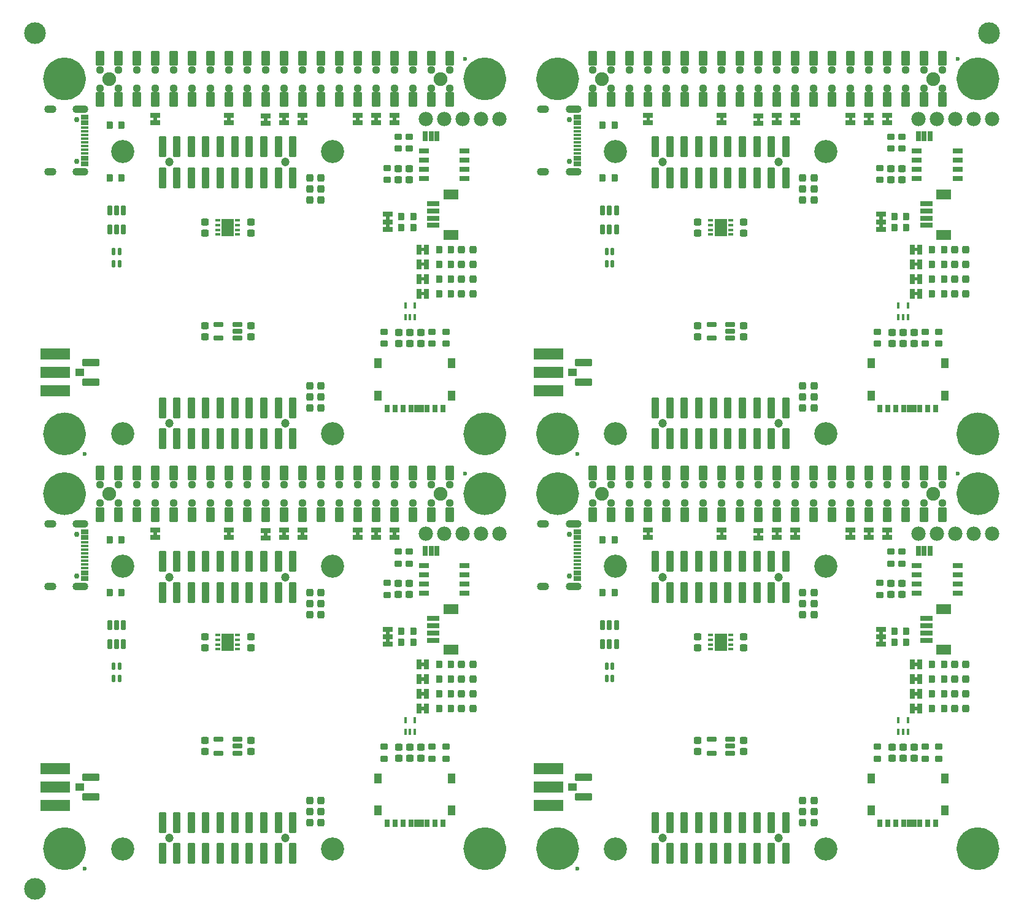
<source format=gts>
%TF.GenerationSoftware,KiCad,Pcbnew,8.0.7*%
%TF.CreationDate,2025-01-30T17:47:39+00:00*%
%TF.ProjectId,SparkFun_GNSS_pHAT_panelized,53706172-6b46-4756-9e5f-474e53535f70,v10*%
%TF.SameCoordinates,Original*%
%TF.FileFunction,Soldermask,Top*%
%TF.FilePolarity,Negative*%
%FSLAX46Y46*%
G04 Gerber Fmt 4.6, Leading zero omitted, Abs format (unit mm)*
G04 Created by KiCad (PCBNEW 8.0.7) date 2025-01-30 17:47:39*
%MOMM*%
%LPD*%
G01*
G04 APERTURE LIST*
G04 Aperture macros list*
%AMRoundRect*
0 Rectangle with rounded corners*
0 $1 Rounding radius*
0 $2 $3 $4 $5 $6 $7 $8 $9 X,Y pos of 4 corners*
0 Add a 4 corners polygon primitive as box body*
4,1,4,$2,$3,$4,$5,$6,$7,$8,$9,$2,$3,0*
0 Add four circle primitives for the rounded corners*
1,1,$1+$1,$2,$3*
1,1,$1+$1,$4,$5*
1,1,$1+$1,$6,$7*
1,1,$1+$1,$8,$9*
0 Add four rect primitives between the rounded corners*
20,1,$1+$1,$2,$3,$4,$5,0*
20,1,$1+$1,$4,$5,$6,$7,0*
20,1,$1+$1,$6,$7,$8,$9,0*
20,1,$1+$1,$8,$9,$2,$3,0*%
G04 Aperture macros list end*
%ADD10C,0.000000*%
%ADD11C,2.950000*%
%ADD12RoundRect,0.050000X-0.635000X0.330200X-0.635000X-0.330200X0.635000X-0.330200X0.635000X0.330200X0*%
%ADD13RoundRect,0.225000X0.225000X0.300000X-0.225000X0.300000X-0.225000X-0.300000X0.225000X-0.300000X0*%
%ADD14RoundRect,0.250000X-0.250000X-0.275000X0.250000X-0.275000X0.250000X0.275000X-0.250000X0.275000X0*%
%ADD15RoundRect,0.243750X0.243750X0.281250X-0.243750X0.281250X-0.243750X-0.281250X0.243750X-0.281250X0*%
%ADD16C,3.000000*%
%ADD17C,1.200000*%
%ADD18RoundRect,0.050000X0.450000X-1.375000X0.450000X1.375000X-0.450000X1.375000X-0.450000X-1.375000X0*%
%ADD19RoundRect,0.050000X0.635000X-0.330200X0.635000X0.330200X-0.635000X0.330200X-0.635000X-0.330200X0*%
%ADD20RoundRect,0.050000X0.330200X0.635000X-0.330200X0.635000X-0.330200X-0.635000X0.330200X-0.635000X0*%
%ADD21RoundRect,0.050000X-0.330200X-0.635000X0.330200X-0.635000X0.330200X0.635000X-0.330200X0.635000X0*%
%ADD22C,0.600000*%
%ADD23RoundRect,0.250000X0.275000X-0.250000X0.275000X0.250000X-0.275000X0.250000X-0.275000X-0.250000X0*%
%ADD24RoundRect,0.225000X0.300000X-0.225000X0.300000X0.225000X-0.300000X0.225000X-0.300000X-0.225000X0*%
%ADD25RoundRect,0.225000X-0.225000X-0.300000X0.225000X-0.300000X0.225000X0.300000X-0.225000X0.300000X0*%
%ADD26C,2.850000*%
%ADD27C,3.200000*%
%ADD28RoundRect,0.050000X2.000000X-0.750000X2.000000X0.750000X-2.000000X0.750000X-2.000000X-0.750000X0*%
%ADD29RoundRect,0.225000X-0.300000X0.225000X-0.300000X-0.225000X0.300000X-0.225000X0.300000X0.225000X0*%
%ADD30C,1.979600*%
%ADD31RoundRect,0.050000X0.250000X0.500000X-0.250000X0.500000X-0.250000X-0.500000X0.250000X-0.500000X0*%
%ADD32RoundRect,0.050000X0.475000X0.600000X-0.475000X0.600000X-0.475000X-0.600000X0.475000X-0.600000X0*%
%ADD33RoundRect,0.050000X-0.275000X-0.600000X0.275000X-0.600000X0.275000X0.600000X-0.275000X0.600000X0*%
%ADD34C,1.120000*%
%ADD35C,1.900000*%
%ADD36RoundRect,0.050000X0.510000X-0.935000X0.510000X0.935000X-0.510000X0.935000X-0.510000X-0.935000X0*%
%ADD37RoundRect,0.050000X-0.775000X0.300000X-0.775000X-0.300000X0.775000X-0.300000X0.775000X0.300000X0*%
%ADD38RoundRect,0.050000X-1.000000X0.600000X-1.000000X-0.600000X1.000000X-0.600000X1.000000X0.600000X0*%
%ADD39RoundRect,0.250000X-0.275000X0.250000X-0.275000X-0.250000X0.275000X-0.250000X0.275000X0.250000X0*%
%ADD40RoundRect,0.050000X0.600000X-0.275000X0.600000X0.275000X-0.600000X0.275000X-0.600000X-0.275000X0*%
%ADD41RoundRect,0.250000X0.250000X0.275000X-0.250000X0.275000X-0.250000X-0.275000X0.250000X-0.275000X0*%
%ADD42RoundRect,0.050000X0.525000X0.500000X-0.525000X0.500000X-0.525000X-0.500000X0.525000X-0.500000X0*%
%ADD43RoundRect,0.050000X1.100000X0.425000X-1.100000X0.425000X-1.100000X-0.425000X1.100000X-0.425000X0*%
%ADD44RoundRect,0.050000X-0.325000X0.150000X-0.325000X-0.150000X0.325000X-0.150000X0.325000X0.150000X0*%
%ADD45RoundRect,0.050000X0.325000X-0.150000X0.325000X0.150000X-0.325000X0.150000X-0.325000X-0.150000X0*%
%ADD46RoundRect,0.050000X-0.800000X1.175000X-0.800000X-1.175000X0.800000X-1.175000X0.800000X1.175000X0*%
%ADD47C,0.750000*%
%ADD48RoundRect,0.050000X0.500000X-0.150000X0.500000X0.150000X-0.500000X0.150000X-0.500000X-0.150000X0*%
%ADD49RoundRect,0.050000X-0.500000X0.150000X-0.500000X-0.150000X0.500000X-0.150000X0.500000X0.150000X0*%
%ADD50RoundRect,0.050000X0.500000X-0.300000X0.500000X0.300000X-0.500000X0.300000X-0.500000X-0.300000X0*%
%ADD51RoundRect,0.050000X-0.500000X0.300000X-0.500000X-0.300000X0.500000X-0.300000X0.500000X0.300000X0*%
%ADD52O,1.700000X1.100000*%
%ADD53O,2.200000X1.100000*%
%ADD54RoundRect,0.050000X0.600000X-0.300000X0.600000X0.300000X-0.600000X0.300000X-0.600000X-0.300000X0*%
%ADD55RoundRect,0.050000X0.317500X0.635000X-0.317500X0.635000X-0.317500X-0.635000X0.317500X-0.635000X0*%
%ADD56RoundRect,0.050000X-0.150000X-0.350000X0.150000X-0.350000X0.150000X0.350000X-0.150000X0.350000X0*%
%ADD57RoundRect,0.050000X-0.200000X0.450000X-0.200000X-0.450000X0.200000X-0.450000X0.200000X0.450000X0*%
G04 APERTURE END LIST*
D10*
%TO.C,JP5*%
G36*
X44182500Y46736000D02*
G01*
X43701500Y46736000D01*
X43701500Y47244000D01*
X44182500Y47244000D01*
X44182500Y46736000D01*
G37*
G36*
X112222500Y46736000D02*
G01*
X111741500Y46736000D01*
X111741500Y47244000D01*
X112222500Y47244000D01*
X112222500Y46736000D01*
G37*
G36*
X44182500Y103986000D02*
G01*
X43701500Y103986000D01*
X43701500Y104494000D01*
X44182500Y104494000D01*
X44182500Y103986000D01*
G37*
G36*
X112222500Y103986000D02*
G01*
X111741500Y103986000D01*
X111741500Y104494000D01*
X112222500Y104494000D01*
X112222500Y103986000D01*
G37*
%TO.C,JP4*%
G36*
X16242500Y46736000D02*
G01*
X15761500Y46736000D01*
X15761500Y47244000D01*
X16242500Y47244000D01*
X16242500Y46736000D01*
G37*
G36*
X84282500Y46736000D02*
G01*
X83801500Y46736000D01*
X83801500Y47244000D01*
X84282500Y47244000D01*
X84282500Y46736000D01*
G37*
G36*
X84282500Y103986000D02*
G01*
X83801500Y103986000D01*
X83801500Y104494000D01*
X84282500Y104494000D01*
X84282500Y103986000D01*
G37*
G36*
X16242500Y103986000D02*
G01*
X15761500Y103986000D01*
X15761500Y104494000D01*
X16242500Y104494000D01*
X16242500Y103986000D01*
G37*
%TO.C,JP10*%
G36*
X31482500Y46609000D02*
G01*
X31001500Y46609000D01*
X31001500Y47117000D01*
X31482500Y47117000D01*
X31482500Y46609000D01*
G37*
G36*
X31482500Y103859000D02*
G01*
X31001500Y103859000D01*
X31001500Y104367000D01*
X31482500Y104367000D01*
X31482500Y103859000D01*
G37*
G36*
X99522500Y103859000D02*
G01*
X99041500Y103859000D01*
X99041500Y104367000D01*
X99522500Y104367000D01*
X99522500Y103859000D01*
G37*
G36*
X99522500Y46609000D02*
G01*
X99041500Y46609000D01*
X99041500Y47117000D01*
X99522500Y47117000D01*
X99522500Y46609000D01*
G37*
%TO.C,JP22*%
G36*
X26402500Y46736000D02*
G01*
X25921500Y46736000D01*
X25921500Y47244000D01*
X26402500Y47244000D01*
X26402500Y46736000D01*
G37*
G36*
X94442500Y103986000D02*
G01*
X93961500Y103986000D01*
X93961500Y104494000D01*
X94442500Y104494000D01*
X94442500Y103986000D01*
G37*
G36*
X26402500Y103986000D02*
G01*
X25921500Y103986000D01*
X25921500Y104494000D01*
X26402500Y104494000D01*
X26402500Y103986000D01*
G37*
G36*
X94442500Y46736000D02*
G01*
X93961500Y46736000D01*
X93961500Y47244000D01*
X94442500Y47244000D01*
X94442500Y46736000D01*
G37*
%TO.C,PWR.1*%
G36*
X53213000Y28715500D02*
G01*
X52705000Y28715500D01*
X52705000Y29196500D01*
X53213000Y29196500D01*
X53213000Y28715500D01*
G37*
G36*
X53213000Y85965500D02*
G01*
X52705000Y85965500D01*
X52705000Y86446500D01*
X53213000Y86446500D01*
X53213000Y85965500D01*
G37*
G36*
X121253000Y28715500D02*
G01*
X120745000Y28715500D01*
X120745000Y29196500D01*
X121253000Y29196500D01*
X121253000Y28715500D01*
G37*
G36*
X121253000Y85965500D02*
G01*
X120745000Y85965500D01*
X120745000Y86446500D01*
X121253000Y86446500D01*
X121253000Y85965500D01*
G37*
%TO.C,PPS1.1*%
G36*
X53213000Y26683500D02*
G01*
X52705000Y26683500D01*
X52705000Y27164500D01*
X53213000Y27164500D01*
X53213000Y26683500D01*
G37*
G36*
X53213000Y83933500D02*
G01*
X52705000Y83933500D01*
X52705000Y84414500D01*
X53213000Y84414500D01*
X53213000Y83933500D01*
G37*
G36*
X121253000Y83933500D02*
G01*
X120745000Y83933500D01*
X120745000Y84414500D01*
X121253000Y84414500D01*
X121253000Y83933500D01*
G37*
G36*
X121253000Y26683500D02*
G01*
X120745000Y26683500D01*
X120745000Y27164500D01*
X121253000Y27164500D01*
X121253000Y26683500D01*
G37*
%TO.C,JP9*%
G36*
X34022500Y46736000D02*
G01*
X33541500Y46736000D01*
X33541500Y47244000D01*
X34022500Y47244000D01*
X34022500Y46736000D01*
G37*
G36*
X34022500Y103986000D02*
G01*
X33541500Y103986000D01*
X33541500Y104494000D01*
X34022500Y104494000D01*
X34022500Y103986000D01*
G37*
G36*
X102062500Y103986000D02*
G01*
X101581500Y103986000D01*
X101581500Y104494000D01*
X102062500Y104494000D01*
X102062500Y103986000D01*
G37*
G36*
X102062500Y46736000D02*
G01*
X101581500Y46736000D01*
X101581500Y47244000D01*
X102062500Y47244000D01*
X102062500Y46736000D01*
G37*
%TO.C,ST6*%
D11*
X4975000Y3500000D02*
G75*
G02*
X2025000Y3500000I-1475000J0D01*
G01*
X2025000Y3500000D02*
G75*
G02*
X4975000Y3500000I1475000J0D01*
G01*
X73015000Y3500000D02*
G75*
G02*
X70065000Y3500000I-1475000J0D01*
G01*
X70065000Y3500000D02*
G75*
G02*
X73015000Y3500000I1475000J0D01*
G01*
X4975000Y60750000D02*
G75*
G02*
X2025000Y60750000I-1475000J0D01*
G01*
X2025000Y60750000D02*
G75*
G02*
X4975000Y60750000I1475000J0D01*
G01*
X73015000Y60750000D02*
G75*
G02*
X70065000Y60750000I-1475000J0D01*
G01*
X70065000Y60750000D02*
G75*
G02*
X73015000Y60750000I1475000J0D01*
G01*
D10*
%TO.C,JP6*%
G36*
X46722500Y46736000D02*
G01*
X46241500Y46736000D01*
X46241500Y47244000D01*
X46722500Y47244000D01*
X46722500Y46736000D01*
G37*
G36*
X114762500Y103986000D02*
G01*
X114281500Y103986000D01*
X114281500Y104494000D01*
X114762500Y104494000D01*
X114762500Y103986000D01*
G37*
G36*
X46722500Y103986000D02*
G01*
X46241500Y103986000D01*
X46241500Y104494000D01*
X46722500Y104494000D01*
X46722500Y103986000D01*
G37*
G36*
X114762500Y46736000D02*
G01*
X114281500Y46736000D01*
X114281500Y47244000D01*
X114762500Y47244000D01*
X114762500Y46736000D01*
G37*
%TO.C,ST5*%
D11*
X4975000Y52500000D02*
G75*
G02*
X2025000Y52500000I-1475000J0D01*
G01*
X2025000Y52500000D02*
G75*
G02*
X4975000Y52500000I1475000J0D01*
G01*
X4975000Y109750000D02*
G75*
G02*
X2025000Y109750000I-1475000J0D01*
G01*
X2025000Y109750000D02*
G75*
G02*
X4975000Y109750000I1475000J0D01*
G01*
X73015000Y52500000D02*
G75*
G02*
X70065000Y52500000I-1475000J0D01*
G01*
X70065000Y52500000D02*
G75*
G02*
X73015000Y52500000I1475000J0D01*
G01*
X73015000Y109750000D02*
G75*
G02*
X70065000Y109750000I-1475000J0D01*
G01*
X70065000Y109750000D02*
G75*
G02*
X73015000Y109750000I1475000J0D01*
G01*
D10*
%TO.C,JP13*%
G36*
X49262500Y46736000D02*
G01*
X48781500Y46736000D01*
X48781500Y47244000D01*
X49262500Y47244000D01*
X49262500Y46736000D01*
G37*
G36*
X117302500Y46736000D02*
G01*
X116821500Y46736000D01*
X116821500Y47244000D01*
X117302500Y47244000D01*
X117302500Y46736000D01*
G37*
G36*
X117302500Y103986000D02*
G01*
X116821500Y103986000D01*
X116821500Y104494000D01*
X117302500Y104494000D01*
X117302500Y103986000D01*
G37*
G36*
X49262500Y103986000D02*
G01*
X48781500Y103986000D01*
X48781500Y104494000D01*
X49262500Y104494000D01*
X49262500Y103986000D01*
G37*
%TO.C,ST7*%
D11*
X62975000Y3500000D02*
G75*
G02*
X60025000Y3500000I-1475000J0D01*
G01*
X60025000Y3500000D02*
G75*
G02*
X62975000Y3500000I1475000J0D01*
G01*
X131015000Y3500000D02*
G75*
G02*
X128065000Y3500000I-1475000J0D01*
G01*
X128065000Y3500000D02*
G75*
G02*
X131015000Y3500000I1475000J0D01*
G01*
X62975000Y60750000D02*
G75*
G02*
X60025000Y60750000I-1475000J0D01*
G01*
X60025000Y60750000D02*
G75*
G02*
X62975000Y60750000I1475000J0D01*
G01*
X131015000Y60750000D02*
G75*
G02*
X128065000Y60750000I-1475000J0D01*
G01*
X128065000Y60750000D02*
G75*
G02*
X131015000Y60750000I1475000J0D01*
G01*
D10*
%TO.C,RTK.1*%
G36*
X53213000Y24651500D02*
G01*
X52705000Y24651500D01*
X52705000Y25132500D01*
X53213000Y25132500D01*
X53213000Y24651500D01*
G37*
G36*
X121253000Y24651500D02*
G01*
X120745000Y24651500D01*
X120745000Y25132500D01*
X121253000Y25132500D01*
X121253000Y24651500D01*
G37*
G36*
X53213000Y81901500D02*
G01*
X52705000Y81901500D01*
X52705000Y82382500D01*
X53213000Y82382500D01*
X53213000Y81901500D01*
G37*
G36*
X121253000Y81901500D02*
G01*
X120745000Y81901500D01*
X120745000Y82382500D01*
X121253000Y82382500D01*
X121253000Y81901500D01*
G37*
%TO.C,PVT.1*%
G36*
X53213000Y22619500D02*
G01*
X52705000Y22619500D01*
X52705000Y23100500D01*
X53213000Y23100500D01*
X53213000Y22619500D01*
G37*
G36*
X53213000Y79869500D02*
G01*
X52705000Y79869500D01*
X52705000Y80350500D01*
X53213000Y80350500D01*
X53213000Y79869500D01*
G37*
G36*
X121253000Y22619500D02*
G01*
X120745000Y22619500D01*
X120745000Y23100500D01*
X121253000Y23100500D01*
X121253000Y22619500D01*
G37*
G36*
X121253000Y79869500D02*
G01*
X120745000Y79869500D01*
X120745000Y80350500D01*
X121253000Y80350500D01*
X121253000Y79869500D01*
G37*
%TO.C,ST8*%
D11*
X62975000Y52500000D02*
G75*
G02*
X60025000Y52500000I-1475000J0D01*
G01*
X60025000Y52500000D02*
G75*
G02*
X62975000Y52500000I1475000J0D01*
G01*
X131015000Y52500000D02*
G75*
G02*
X128065000Y52500000I-1475000J0D01*
G01*
X128065000Y52500000D02*
G75*
G02*
X131015000Y52500000I1475000J0D01*
G01*
X131015000Y109750000D02*
G75*
G02*
X128065000Y109750000I-1475000J0D01*
G01*
X128065000Y109750000D02*
G75*
G02*
X131015000Y109750000I1475000J0D01*
G01*
X62975000Y109750000D02*
G75*
G02*
X60025000Y109750000I-1475000J0D01*
G01*
X60025000Y109750000D02*
G75*
G02*
X62975000Y109750000I1475000J0D01*
G01*
D10*
%TO.C,JP11*%
G36*
X36562500Y46736000D02*
G01*
X36081500Y46736000D01*
X36081500Y47244000D01*
X36562500Y47244000D01*
X36562500Y46736000D01*
G37*
G36*
X36562500Y103986000D02*
G01*
X36081500Y103986000D01*
X36081500Y104494000D01*
X36562500Y104494000D01*
X36562500Y103986000D01*
G37*
G36*
X104602500Y46736000D02*
G01*
X104121500Y46736000D01*
X104121500Y47244000D01*
X104602500Y47244000D01*
X104602500Y46736000D01*
G37*
G36*
X104602500Y103986000D02*
G01*
X104121500Y103986000D01*
X104121500Y104494000D01*
X104602500Y104494000D01*
X104602500Y103986000D01*
G37*
%TO.C,JP1*%
G36*
X48350500Y33024000D02*
G01*
X47869500Y33024000D01*
X47869500Y33532000D01*
X48350500Y33532000D01*
X48350500Y33024000D01*
G37*
G36*
X48373500Y31991300D02*
G01*
X47892500Y31991300D01*
X47892500Y32499300D01*
X48373500Y32499300D01*
X48373500Y31991300D01*
G37*
G36*
X48350500Y90274000D02*
G01*
X47869500Y90274000D01*
X47869500Y90782000D01*
X48350500Y90782000D01*
X48350500Y90274000D01*
G37*
G36*
X48373500Y89241300D02*
G01*
X47892500Y89241300D01*
X47892500Y89749300D01*
X48373500Y89749300D01*
X48373500Y89241300D01*
G37*
G36*
X116390500Y33024000D02*
G01*
X115909500Y33024000D01*
X115909500Y33532000D01*
X116390500Y33532000D01*
X116390500Y33024000D01*
G37*
G36*
X116413500Y31991300D02*
G01*
X115932500Y31991300D01*
X115932500Y32499300D01*
X116413500Y32499300D01*
X116413500Y31991300D01*
G37*
G36*
X116390500Y90274000D02*
G01*
X115909500Y90274000D01*
X115909500Y90782000D01*
X116390500Y90782000D01*
X116390500Y90274000D01*
G37*
G36*
X116413500Y89241300D02*
G01*
X115932500Y89241300D01*
X115932500Y89749300D01*
X116413500Y89749300D01*
X116413500Y89241300D01*
G37*
%TD*%
D12*
%TO.C,JP5*%
X43942000Y47510700D03*
X43942000Y46469300D03*
%TD*%
%TO.C,JP5*%
X111982000Y47510700D03*
X111982000Y46469300D03*
%TD*%
%TO.C,JP5*%
X43942000Y104760700D03*
X43942000Y103719300D03*
%TD*%
%TO.C,JP5*%
X111982000Y104760700D03*
X111982000Y103719300D03*
%TD*%
%TO.C,JP4*%
X16002000Y47510700D03*
X16002000Y46469300D03*
%TD*%
%TO.C,JP4*%
X84042000Y47510700D03*
X84042000Y46469300D03*
%TD*%
%TO.C,JP4*%
X84042000Y104760700D03*
X84042000Y103719300D03*
%TD*%
%TO.C,JP4*%
X16002000Y104760700D03*
X16002000Y103719300D03*
%TD*%
D13*
%TO.C,R5*%
X51625000Y32004000D03*
X49975000Y32004000D03*
%TD*%
%TO.C,R5*%
X51625000Y89254000D03*
X49975000Y89254000D03*
%TD*%
%TO.C,R5*%
X119665000Y89254000D03*
X118015000Y89254000D03*
%TD*%
%TO.C,R5*%
X119665000Y32004000D03*
X118015000Y32004000D03*
%TD*%
D12*
%TO.C,JP10*%
X31242000Y47383700D03*
X31242000Y46342300D03*
%TD*%
%TO.C,JP10*%
X31242000Y104633700D03*
X31242000Y103592300D03*
%TD*%
%TO.C,JP10*%
X99282000Y104633700D03*
X99282000Y103592300D03*
%TD*%
%TO.C,JP10*%
X99282000Y47383700D03*
X99282000Y46342300D03*
%TD*%
D14*
%TO.C,C15*%
X37325000Y35814000D03*
X38875000Y35814000D03*
%TD*%
%TO.C,C15*%
X105365000Y35814000D03*
X106915000Y35814000D03*
%TD*%
%TO.C,C15*%
X37325000Y93064000D03*
X38875000Y93064000D03*
%TD*%
%TO.C,C15*%
X105365000Y93064000D03*
X106915000Y93064000D03*
%TD*%
%TO.C,C12*%
X37325000Y10160000D03*
X38875000Y10160000D03*
%TD*%
%TO.C,C12*%
X105365000Y10160000D03*
X106915000Y10160000D03*
%TD*%
%TO.C,C12*%
X37325000Y67410000D03*
X38875000Y67410000D03*
%TD*%
%TO.C,C12*%
X105365000Y67410000D03*
X106915000Y67410000D03*
%TD*%
D15*
%TO.C,D4*%
X59842500Y22860000D03*
X58267500Y22860000D03*
%TD*%
%TO.C,D4*%
X127882500Y80110000D03*
X126307500Y80110000D03*
%TD*%
%TO.C,D4*%
X59842500Y80110000D03*
X58267500Y80110000D03*
%TD*%
%TO.C,D4*%
X127882500Y22860000D03*
X126307500Y22860000D03*
%TD*%
D16*
%TO.C,*%
X131040000Y116087500D03*
%TD*%
D17*
%TO.C,J4*%
X18000000Y41000000D03*
X34000000Y41000000D03*
D18*
X17000000Y38875000D03*
X17000000Y43125000D03*
X19000000Y38875000D03*
X19000000Y43125000D03*
X21000000Y38875000D03*
X21000000Y43125000D03*
X23000000Y38875000D03*
X23000000Y43125000D03*
X25000000Y38875000D03*
X25000000Y43125000D03*
X27000000Y38875000D03*
X27000000Y43125000D03*
X29000000Y38875000D03*
X29000000Y43125000D03*
X31000000Y38875000D03*
X31000000Y43125000D03*
X33000000Y38875000D03*
X33000000Y43125000D03*
X35000000Y38875000D03*
X35000000Y43125000D03*
%TD*%
D17*
%TO.C,J4*%
X86040000Y41000000D03*
X102040000Y41000000D03*
D18*
X85040000Y38875000D03*
X85040000Y43125000D03*
X87040000Y38875000D03*
X87040000Y43125000D03*
X89040000Y38875000D03*
X89040000Y43125000D03*
X91040000Y38875000D03*
X91040000Y43125000D03*
X93040000Y38875000D03*
X93040000Y43125000D03*
X95040000Y38875000D03*
X95040000Y43125000D03*
X97040000Y38875000D03*
X97040000Y43125000D03*
X99040000Y38875000D03*
X99040000Y43125000D03*
X101040000Y38875000D03*
X101040000Y43125000D03*
X103040000Y38875000D03*
X103040000Y43125000D03*
%TD*%
D17*
%TO.C,J4*%
X18000000Y98250000D03*
X34000000Y98250000D03*
D18*
X17000000Y96125000D03*
X17000000Y100375000D03*
X19000000Y96125000D03*
X19000000Y100375000D03*
X21000000Y96125000D03*
X21000000Y100375000D03*
X23000000Y96125000D03*
X23000000Y100375000D03*
X25000000Y96125000D03*
X25000000Y100375000D03*
X27000000Y96125000D03*
X27000000Y100375000D03*
X29000000Y96125000D03*
X29000000Y100375000D03*
X31000000Y96125000D03*
X31000000Y100375000D03*
X33000000Y96125000D03*
X33000000Y100375000D03*
X35000000Y96125000D03*
X35000000Y100375000D03*
%TD*%
D17*
%TO.C,J4*%
X86040000Y98250000D03*
X102040000Y98250000D03*
D18*
X85040000Y96125000D03*
X85040000Y100375000D03*
X87040000Y96125000D03*
X87040000Y100375000D03*
X89040000Y96125000D03*
X89040000Y100375000D03*
X91040000Y96125000D03*
X91040000Y100375000D03*
X93040000Y96125000D03*
X93040000Y100375000D03*
X95040000Y96125000D03*
X95040000Y100375000D03*
X97040000Y96125000D03*
X97040000Y100375000D03*
X99040000Y96125000D03*
X99040000Y100375000D03*
X101040000Y96125000D03*
X101040000Y100375000D03*
X103040000Y96125000D03*
X103040000Y100375000D03*
%TD*%
D19*
%TO.C,JP22*%
X26162000Y46469300D03*
X26162000Y47510700D03*
%TD*%
%TO.C,JP22*%
X94202000Y103719300D03*
X94202000Y104760700D03*
%TD*%
%TO.C,JP22*%
X26162000Y103719300D03*
X26162000Y104760700D03*
%TD*%
%TO.C,JP22*%
X94202000Y46469300D03*
X94202000Y47510700D03*
%TD*%
D20*
%TO.C,PWR.1*%
X53479700Y28956000D03*
X52438300Y28956000D03*
%TD*%
%TO.C,PWR.1*%
X53479700Y86206000D03*
X52438300Y86206000D03*
%TD*%
%TO.C,PWR.1*%
X121519700Y28956000D03*
X120478300Y28956000D03*
%TD*%
%TO.C,PWR.1*%
X121519700Y86206000D03*
X120478300Y86206000D03*
%TD*%
D21*
%TO.C,PPS1.1*%
X52438300Y26924000D03*
X53479700Y26924000D03*
%TD*%
%TO.C,PPS1.1*%
X52438300Y84174000D03*
X53479700Y84174000D03*
%TD*%
%TO.C,PPS1.1*%
X120478300Y84174000D03*
X121519700Y84174000D03*
%TD*%
%TO.C,PPS1.1*%
X120478300Y26924000D03*
X121519700Y26924000D03*
%TD*%
D22*
%TO.C,FID4*%
X6250000Y750000D03*
%TD*%
%TO.C,FID4*%
X6250000Y58000000D03*
%TD*%
%TO.C,FID4*%
X74290000Y750000D03*
%TD*%
%TO.C,FID4*%
X74290000Y58000000D03*
%TD*%
D23*
%TO.C,C1*%
X49530000Y38595000D03*
X49530000Y40145000D03*
%TD*%
%TO.C,C1*%
X117570000Y38595000D03*
X117570000Y40145000D03*
%TD*%
%TO.C,C1*%
X117570000Y95845000D03*
X117570000Y97395000D03*
%TD*%
%TO.C,C1*%
X49530000Y95845000D03*
X49530000Y97395000D03*
%TD*%
D12*
%TO.C,JP9*%
X33782000Y47510700D03*
X33782000Y46469300D03*
%TD*%
%TO.C,JP9*%
X33782000Y104760700D03*
X33782000Y103719300D03*
%TD*%
%TO.C,JP9*%
X101822000Y104760700D03*
X101822000Y103719300D03*
%TD*%
%TO.C,JP9*%
X101822000Y47510700D03*
X101822000Y46469300D03*
%TD*%
D24*
%TO.C,R8*%
X47625000Y15939000D03*
X47625000Y17589000D03*
%TD*%
%TO.C,R8*%
X47625000Y73189000D03*
X47625000Y74839000D03*
%TD*%
%TO.C,R8*%
X115665000Y15939000D03*
X115665000Y17589000D03*
%TD*%
%TO.C,R8*%
X115665000Y73189000D03*
X115665000Y74839000D03*
%TD*%
D14*
%TO.C,C10*%
X37325000Y7093000D03*
X38875000Y7093000D03*
%TD*%
%TO.C,C10*%
X37325000Y64343000D03*
X38875000Y64343000D03*
%TD*%
%TO.C,C10*%
X105365000Y7093000D03*
X106915000Y7093000D03*
%TD*%
%TO.C,C10*%
X105365000Y64343000D03*
X106915000Y64343000D03*
%TD*%
D22*
%TO.C,FID1*%
X58750000Y55250000D03*
%TD*%
%TO.C,FID1*%
X126790000Y112500000D03*
%TD*%
%TO.C,FID1*%
X126790000Y55250000D03*
%TD*%
%TO.C,FID1*%
X58750000Y112500000D03*
%TD*%
D23*
%TO.C,C3*%
X22860000Y31229000D03*
X22860000Y32779000D03*
%TD*%
%TO.C,C3*%
X90900000Y88479000D03*
X90900000Y90029000D03*
%TD*%
%TO.C,C3*%
X22860000Y88479000D03*
X22860000Y90029000D03*
%TD*%
%TO.C,C3*%
X90900000Y31229000D03*
X90900000Y32779000D03*
%TD*%
D17*
%TO.C,J2*%
X18000000Y5000000D03*
X34000000Y5000000D03*
D18*
X17000000Y2875000D03*
X17000000Y7125000D03*
X19000000Y2875000D03*
X19000000Y7125000D03*
X21000000Y2875000D03*
X21000000Y7125000D03*
X23000000Y2875000D03*
X23000000Y7125000D03*
X25000000Y2875000D03*
X25000000Y7125000D03*
X27000000Y2875000D03*
X27000000Y7125000D03*
X29000000Y2875000D03*
X29000000Y7125000D03*
X31000000Y2875000D03*
X31000000Y7125000D03*
X33000000Y2875000D03*
X33000000Y7125000D03*
X35000000Y2875000D03*
X35000000Y7125000D03*
%TD*%
D17*
%TO.C,J2*%
X18000000Y62250000D03*
X34000000Y62250000D03*
D18*
X17000000Y60125000D03*
X17000000Y64375000D03*
X19000000Y60125000D03*
X19000000Y64375000D03*
X21000000Y60125000D03*
X21000000Y64375000D03*
X23000000Y60125000D03*
X23000000Y64375000D03*
X25000000Y60125000D03*
X25000000Y64375000D03*
X27000000Y60125000D03*
X27000000Y64375000D03*
X29000000Y60125000D03*
X29000000Y64375000D03*
X31000000Y60125000D03*
X31000000Y64375000D03*
X33000000Y60125000D03*
X33000000Y64375000D03*
X35000000Y60125000D03*
X35000000Y64375000D03*
%TD*%
D17*
%TO.C,J2*%
X86040000Y62250000D03*
X102040000Y62250000D03*
D18*
X85040000Y60125000D03*
X85040000Y64375000D03*
X87040000Y60125000D03*
X87040000Y64375000D03*
X89040000Y60125000D03*
X89040000Y64375000D03*
X91040000Y60125000D03*
X91040000Y64375000D03*
X93040000Y60125000D03*
X93040000Y64375000D03*
X95040000Y60125000D03*
X95040000Y64375000D03*
X97040000Y60125000D03*
X97040000Y64375000D03*
X99040000Y60125000D03*
X99040000Y64375000D03*
X101040000Y60125000D03*
X101040000Y64375000D03*
X103040000Y60125000D03*
X103040000Y64375000D03*
%TD*%
D17*
%TO.C,J2*%
X86040000Y5000000D03*
X102040000Y5000000D03*
D18*
X85040000Y2875000D03*
X85040000Y7125000D03*
X87040000Y2875000D03*
X87040000Y7125000D03*
X89040000Y2875000D03*
X89040000Y7125000D03*
X91040000Y2875000D03*
X91040000Y7125000D03*
X93040000Y2875000D03*
X93040000Y7125000D03*
X95040000Y2875000D03*
X95040000Y7125000D03*
X97040000Y2875000D03*
X97040000Y7125000D03*
X99040000Y2875000D03*
X99040000Y7125000D03*
X101040000Y2875000D03*
X101040000Y7125000D03*
X103040000Y2875000D03*
X103040000Y7125000D03*
%TD*%
D25*
%TO.C,R14*%
X55182000Y28956000D03*
X56832000Y28956000D03*
%TD*%
%TO.C,R14*%
X55182000Y86206000D03*
X56832000Y86206000D03*
%TD*%
%TO.C,R14*%
X123222000Y28956000D03*
X124872000Y28956000D03*
%TD*%
%TO.C,R14*%
X123222000Y86206000D03*
X124872000Y86206000D03*
%TD*%
D13*
%TO.C,R10*%
X11366000Y38862000D03*
X9716000Y38862000D03*
%TD*%
%TO.C,R10*%
X11366000Y96112000D03*
X9716000Y96112000D03*
%TD*%
%TO.C,R10*%
X79406000Y38862000D03*
X77756000Y38862000D03*
%TD*%
%TO.C,R10*%
X79406000Y96112000D03*
X77756000Y96112000D03*
%TD*%
%TO.C,R9*%
X11366000Y46101000D03*
X9716000Y46101000D03*
%TD*%
%TO.C,R9*%
X11366000Y103351000D03*
X9716000Y103351000D03*
%TD*%
%TO.C,R9*%
X79406000Y46101000D03*
X77756000Y46101000D03*
%TD*%
%TO.C,R9*%
X79406000Y103351000D03*
X77756000Y103351000D03*
%TD*%
D26*
%TO.C,ST6*%
X3500000Y3500000D03*
%TD*%
%TO.C,ST6*%
X71540000Y3500000D03*
%TD*%
%TO.C,ST6*%
X3500000Y60750000D03*
%TD*%
%TO.C,ST6*%
X71540000Y60750000D03*
%TD*%
D14*
%TO.C,C13*%
X37325000Y38862000D03*
X38875000Y38862000D03*
%TD*%
%TO.C,C13*%
X105365000Y38862000D03*
X106915000Y38862000D03*
%TD*%
%TO.C,C13*%
X105365000Y96112000D03*
X106915000Y96112000D03*
%TD*%
%TO.C,C13*%
X37325000Y96112000D03*
X38875000Y96112000D03*
%TD*%
D15*
%TO.C,D5*%
X59842500Y26924000D03*
X58267500Y26924000D03*
%TD*%
%TO.C,D5*%
X127882500Y26924000D03*
X126307500Y26924000D03*
%TD*%
%TO.C,D5*%
X59842500Y84174000D03*
X58267500Y84174000D03*
%TD*%
%TO.C,D5*%
X127882500Y84174000D03*
X126307500Y84174000D03*
%TD*%
D27*
%TO.C,ST2*%
X40500000Y42500000D03*
%TD*%
%TO.C,ST2*%
X40500000Y99750000D03*
%TD*%
%TO.C,ST2*%
X108540000Y42500000D03*
%TD*%
%TO.C,ST2*%
X108540000Y99750000D03*
%TD*%
D12*
%TO.C,JP6*%
X46482000Y47510700D03*
X46482000Y46469300D03*
%TD*%
%TO.C,JP6*%
X114522000Y104760700D03*
X114522000Y103719300D03*
%TD*%
%TO.C,JP6*%
X46482000Y104760700D03*
X46482000Y103719300D03*
%TD*%
%TO.C,JP6*%
X114522000Y47510700D03*
X114522000Y46469300D03*
%TD*%
D13*
%TO.C,R11*%
X56832000Y24892000D03*
X55182000Y24892000D03*
%TD*%
%TO.C,R11*%
X56832000Y82142000D03*
X55182000Y82142000D03*
%TD*%
%TO.C,R11*%
X124872000Y24892000D03*
X123222000Y24892000D03*
%TD*%
%TO.C,R11*%
X124872000Y82142000D03*
X123222000Y82142000D03*
%TD*%
D28*
%TO.C,J7*%
X2254000Y12000000D03*
X2254000Y9460000D03*
X2254000Y14540000D03*
%TD*%
%TO.C,J7*%
X70294000Y69250000D03*
X70294000Y66710000D03*
X70294000Y71790000D03*
%TD*%
%TO.C,J7*%
X70294000Y12000000D03*
X70294000Y9460000D03*
X70294000Y14540000D03*
%TD*%
%TO.C,J7*%
X2254000Y69250000D03*
X2254000Y66710000D03*
X2254000Y71790000D03*
%TD*%
D29*
%TO.C,R3*%
X48006000Y40195000D03*
X48006000Y38545000D03*
%TD*%
%TO.C,R3*%
X48006000Y97445000D03*
X48006000Y95795000D03*
%TD*%
%TO.C,R3*%
X116046000Y40195000D03*
X116046000Y38545000D03*
%TD*%
%TO.C,R3*%
X116046000Y97445000D03*
X116046000Y95795000D03*
%TD*%
D30*
%TO.C,J9*%
X63500000Y46990000D03*
X60960000Y46990000D03*
X58420000Y46990000D03*
X55880000Y46990000D03*
X53340000Y46990000D03*
%TD*%
%TO.C,J9*%
X131540000Y104240000D03*
X129000000Y104240000D03*
X126460000Y104240000D03*
X123920000Y104240000D03*
X121380000Y104240000D03*
%TD*%
%TO.C,J9*%
X63500000Y104240000D03*
X60960000Y104240000D03*
X58420000Y104240000D03*
X55880000Y104240000D03*
X53340000Y104240000D03*
%TD*%
%TO.C,J9*%
X131540000Y46990000D03*
X129000000Y46990000D03*
X126460000Y46990000D03*
X123920000Y46990000D03*
X121380000Y46990000D03*
%TD*%
D31*
%TO.C,J5*%
X55700000Y7025000D03*
X54600000Y7025000D03*
X53500000Y7025000D03*
X52750000Y7025000D03*
X51300000Y7025000D03*
X50200000Y7025000D03*
X49100000Y7025000D03*
X48000000Y7025000D03*
X52050000Y7025000D03*
D32*
X46750000Y13225000D03*
X46750000Y8775000D03*
X56950000Y13225000D03*
X56950000Y8775000D03*
%TD*%
D31*
%TO.C,J5*%
X123740000Y64275000D03*
X122640000Y64275000D03*
X121540000Y64275000D03*
X120790000Y64275000D03*
X119340000Y64275000D03*
X118240000Y64275000D03*
X117140000Y64275000D03*
X116040000Y64275000D03*
X120090000Y64275000D03*
D32*
X114790000Y70475000D03*
X114790000Y66025000D03*
X124990000Y70475000D03*
X124990000Y66025000D03*
%TD*%
D31*
%TO.C,J5*%
X55700000Y64275000D03*
X54600000Y64275000D03*
X53500000Y64275000D03*
X52750000Y64275000D03*
X51300000Y64275000D03*
X50200000Y64275000D03*
X49100000Y64275000D03*
X48000000Y64275000D03*
X52050000Y64275000D03*
D32*
X46750000Y70475000D03*
X46750000Y66025000D03*
X56950000Y70475000D03*
X56950000Y66025000D03*
%TD*%
D31*
%TO.C,J5*%
X123740000Y7025000D03*
X122640000Y7025000D03*
X121540000Y7025000D03*
X120790000Y7025000D03*
X119340000Y7025000D03*
X118240000Y7025000D03*
X117140000Y7025000D03*
X116040000Y7025000D03*
X120090000Y7025000D03*
D32*
X114790000Y13225000D03*
X114790000Y8775000D03*
X124990000Y13225000D03*
X124990000Y8775000D03*
%TD*%
D23*
%TO.C,C8*%
X49657000Y15989000D03*
X49657000Y17539000D03*
%TD*%
%TO.C,C8*%
X117697000Y15989000D03*
X117697000Y17539000D03*
%TD*%
%TO.C,C8*%
X117697000Y73239000D03*
X117697000Y74789000D03*
%TD*%
%TO.C,C8*%
X49657000Y73239000D03*
X49657000Y74789000D03*
%TD*%
D26*
%TO.C,ST5*%
X3500000Y52500000D03*
%TD*%
%TO.C,ST5*%
X3500000Y109750000D03*
%TD*%
%TO.C,ST5*%
X71540000Y52500000D03*
%TD*%
%TO.C,ST5*%
X71540000Y109750000D03*
%TD*%
D23*
%TO.C,C7*%
X52705000Y15989000D03*
X52705000Y17539000D03*
%TD*%
%TO.C,C7*%
X52705000Y73239000D03*
X52705000Y74789000D03*
%TD*%
%TO.C,C7*%
X120745000Y15989000D03*
X120745000Y17539000D03*
%TD*%
%TO.C,C7*%
X120745000Y73239000D03*
X120745000Y74789000D03*
%TD*%
D33*
%TO.C,D1*%
X9718000Y31719900D03*
X10668000Y31719900D03*
X11618000Y31719900D03*
X11618000Y34320100D03*
X10668000Y34320000D03*
X9718000Y34320100D03*
%TD*%
%TO.C,D1*%
X77758000Y88969900D03*
X78708000Y88969900D03*
X79658000Y88969900D03*
X79658000Y91570100D03*
X78708000Y91570000D03*
X77758000Y91570100D03*
%TD*%
%TO.C,D1*%
X77758000Y31719900D03*
X78708000Y31719900D03*
X79658000Y31719900D03*
X79658000Y34320100D03*
X78708000Y34320000D03*
X77758000Y34320100D03*
%TD*%
%TO.C,D1*%
X9718000Y88969900D03*
X10668000Y88969900D03*
X11618000Y88969900D03*
X11618000Y91570100D03*
X10668000Y91570000D03*
X9718000Y91570100D03*
%TD*%
D34*
%TO.C,J1*%
X8370000Y51230000D03*
X10910000Y51230000D03*
X13450000Y51230000D03*
X15990000Y51230000D03*
X18530000Y51230000D03*
X21070000Y51230000D03*
X23610000Y51230000D03*
X26150000Y51230000D03*
X28690000Y51230000D03*
X31230000Y51230000D03*
X33770000Y51230000D03*
X36310000Y51230000D03*
X38850000Y51230000D03*
X41390000Y51230000D03*
X43930000Y51230000D03*
X46470000Y51230000D03*
X49010000Y51230000D03*
X51550000Y51230000D03*
X54090000Y51230000D03*
X56630000Y51230000D03*
D35*
X9640000Y52500000D03*
X55360000Y52500000D03*
D34*
X8370000Y53770000D03*
X10910000Y53770000D03*
X13450000Y53770000D03*
X15990000Y53770000D03*
X18530000Y53770000D03*
X21070000Y53770000D03*
X23610000Y53770000D03*
X26150000Y53770000D03*
X28690000Y53770000D03*
X31230000Y53770000D03*
X33770000Y53770000D03*
X36310000Y53770000D03*
X38850000Y53770000D03*
X41390000Y53770000D03*
X43930000Y53770000D03*
X46470000Y53770000D03*
X49010000Y53770000D03*
X51550000Y53770000D03*
X54090000Y53770000D03*
X56630000Y53770000D03*
D36*
X8370000Y49635000D03*
X8370000Y55365000D03*
X10910000Y49635000D03*
X10910000Y55365000D03*
X13450000Y49635000D03*
X13450000Y55365000D03*
X15990000Y49635000D03*
X15990000Y55365000D03*
X18530000Y49635000D03*
X18530000Y55365000D03*
X21070000Y49635000D03*
X21070000Y55365000D03*
X23610000Y49635000D03*
X23610000Y55365000D03*
X26150000Y49635000D03*
X26150000Y55365000D03*
X28690000Y49635000D03*
X28690000Y55365000D03*
X31230000Y49635000D03*
X31230000Y55365000D03*
X33770000Y49635000D03*
X33770000Y55365000D03*
X36310000Y49635000D03*
X36310000Y55365000D03*
X38850000Y49635000D03*
X38850000Y55365000D03*
X41390000Y49635000D03*
X41390000Y55365000D03*
X43930000Y49635000D03*
X43930000Y55365000D03*
X46470000Y49635000D03*
X46470000Y55365000D03*
X49010000Y49635000D03*
X49010000Y55365000D03*
X51550000Y49635000D03*
X51550000Y55365000D03*
X54090000Y49635000D03*
X54090000Y55365000D03*
X56630000Y49635000D03*
X56630000Y55365000D03*
%TD*%
D34*
%TO.C,J1*%
X76410000Y108480000D03*
X78950000Y108480000D03*
X81490000Y108480000D03*
X84030000Y108480000D03*
X86570000Y108480000D03*
X89110000Y108480000D03*
X91650000Y108480000D03*
X94190000Y108480000D03*
X96730000Y108480000D03*
X99270000Y108480000D03*
X101810000Y108480000D03*
X104350000Y108480000D03*
X106890000Y108480000D03*
X109430000Y108480000D03*
X111970000Y108480000D03*
X114510000Y108480000D03*
X117050000Y108480000D03*
X119590000Y108480000D03*
X122130000Y108480000D03*
X124670000Y108480000D03*
D35*
X77680000Y109750000D03*
X123400000Y109750000D03*
D34*
X76410000Y111020000D03*
X78950000Y111020000D03*
X81490000Y111020000D03*
X84030000Y111020000D03*
X86570000Y111020000D03*
X89110000Y111020000D03*
X91650000Y111020000D03*
X94190000Y111020000D03*
X96730000Y111020000D03*
X99270000Y111020000D03*
X101810000Y111020000D03*
X104350000Y111020000D03*
X106890000Y111020000D03*
X109430000Y111020000D03*
X111970000Y111020000D03*
X114510000Y111020000D03*
X117050000Y111020000D03*
X119590000Y111020000D03*
X122130000Y111020000D03*
X124670000Y111020000D03*
D36*
X76410000Y106885000D03*
X76410000Y112615000D03*
X78950000Y106885000D03*
X78950000Y112615000D03*
X81490000Y106885000D03*
X81490000Y112615000D03*
X84030000Y106885000D03*
X84030000Y112615000D03*
X86570000Y106885000D03*
X86570000Y112615000D03*
X89110000Y106885000D03*
X89110000Y112615000D03*
X91650000Y106885000D03*
X91650000Y112615000D03*
X94190000Y106885000D03*
X94190000Y112615000D03*
X96730000Y106885000D03*
X96730000Y112615000D03*
X99270000Y106885000D03*
X99270000Y112615000D03*
X101810000Y106885000D03*
X101810000Y112615000D03*
X104350000Y106885000D03*
X104350000Y112615000D03*
X106890000Y106885000D03*
X106890000Y112615000D03*
X109430000Y106885000D03*
X109430000Y112615000D03*
X111970000Y106885000D03*
X111970000Y112615000D03*
X114510000Y106885000D03*
X114510000Y112615000D03*
X117050000Y106885000D03*
X117050000Y112615000D03*
X119590000Y106885000D03*
X119590000Y112615000D03*
X122130000Y106885000D03*
X122130000Y112615000D03*
X124670000Y106885000D03*
X124670000Y112615000D03*
%TD*%
D34*
%TO.C,J1*%
X8370000Y108480000D03*
X10910000Y108480000D03*
X13450000Y108480000D03*
X15990000Y108480000D03*
X18530000Y108480000D03*
X21070000Y108480000D03*
X23610000Y108480000D03*
X26150000Y108480000D03*
X28690000Y108480000D03*
X31230000Y108480000D03*
X33770000Y108480000D03*
X36310000Y108480000D03*
X38850000Y108480000D03*
X41390000Y108480000D03*
X43930000Y108480000D03*
X46470000Y108480000D03*
X49010000Y108480000D03*
X51550000Y108480000D03*
X54090000Y108480000D03*
X56630000Y108480000D03*
D35*
X9640000Y109750000D03*
X55360000Y109750000D03*
D34*
X8370000Y111020000D03*
X10910000Y111020000D03*
X13450000Y111020000D03*
X15990000Y111020000D03*
X18530000Y111020000D03*
X21070000Y111020000D03*
X23610000Y111020000D03*
X26150000Y111020000D03*
X28690000Y111020000D03*
X31230000Y111020000D03*
X33770000Y111020000D03*
X36310000Y111020000D03*
X38850000Y111020000D03*
X41390000Y111020000D03*
X43930000Y111020000D03*
X46470000Y111020000D03*
X49010000Y111020000D03*
X51550000Y111020000D03*
X54090000Y111020000D03*
X56630000Y111020000D03*
D36*
X8370000Y106885000D03*
X8370000Y112615000D03*
X10910000Y106885000D03*
X10910000Y112615000D03*
X13450000Y106885000D03*
X13450000Y112615000D03*
X15990000Y106885000D03*
X15990000Y112615000D03*
X18530000Y106885000D03*
X18530000Y112615000D03*
X21070000Y106885000D03*
X21070000Y112615000D03*
X23610000Y106885000D03*
X23610000Y112615000D03*
X26150000Y106885000D03*
X26150000Y112615000D03*
X28690000Y106885000D03*
X28690000Y112615000D03*
X31230000Y106885000D03*
X31230000Y112615000D03*
X33770000Y106885000D03*
X33770000Y112615000D03*
X36310000Y106885000D03*
X36310000Y112615000D03*
X38850000Y106885000D03*
X38850000Y112615000D03*
X41390000Y106885000D03*
X41390000Y112615000D03*
X43930000Y106885000D03*
X43930000Y112615000D03*
X46470000Y106885000D03*
X46470000Y112615000D03*
X49010000Y106885000D03*
X49010000Y112615000D03*
X51550000Y106885000D03*
X51550000Y112615000D03*
X54090000Y106885000D03*
X54090000Y112615000D03*
X56630000Y106885000D03*
X56630000Y112615000D03*
%TD*%
D34*
%TO.C,J1*%
X76410000Y51230000D03*
X78950000Y51230000D03*
X81490000Y51230000D03*
X84030000Y51230000D03*
X86570000Y51230000D03*
X89110000Y51230000D03*
X91650000Y51230000D03*
X94190000Y51230000D03*
X96730000Y51230000D03*
X99270000Y51230000D03*
X101810000Y51230000D03*
X104350000Y51230000D03*
X106890000Y51230000D03*
X109430000Y51230000D03*
X111970000Y51230000D03*
X114510000Y51230000D03*
X117050000Y51230000D03*
X119590000Y51230000D03*
X122130000Y51230000D03*
X124670000Y51230000D03*
D35*
X77680000Y52500000D03*
X123400000Y52500000D03*
D34*
X76410000Y53770000D03*
X78950000Y53770000D03*
X81490000Y53770000D03*
X84030000Y53770000D03*
X86570000Y53770000D03*
X89110000Y53770000D03*
X91650000Y53770000D03*
X94190000Y53770000D03*
X96730000Y53770000D03*
X99270000Y53770000D03*
X101810000Y53770000D03*
X104350000Y53770000D03*
X106890000Y53770000D03*
X109430000Y53770000D03*
X111970000Y53770000D03*
X114510000Y53770000D03*
X117050000Y53770000D03*
X119590000Y53770000D03*
X122130000Y53770000D03*
X124670000Y53770000D03*
D36*
X76410000Y49635000D03*
X76410000Y55365000D03*
X78950000Y49635000D03*
X78950000Y55365000D03*
X81490000Y49635000D03*
X81490000Y55365000D03*
X84030000Y49635000D03*
X84030000Y55365000D03*
X86570000Y49635000D03*
X86570000Y55365000D03*
X89110000Y49635000D03*
X89110000Y55365000D03*
X91650000Y49635000D03*
X91650000Y55365000D03*
X94190000Y49635000D03*
X94190000Y55365000D03*
X96730000Y49635000D03*
X96730000Y55365000D03*
X99270000Y49635000D03*
X99270000Y55365000D03*
X101810000Y49635000D03*
X101810000Y55365000D03*
X104350000Y49635000D03*
X104350000Y55365000D03*
X106890000Y49635000D03*
X106890000Y55365000D03*
X109430000Y49635000D03*
X109430000Y55365000D03*
X111970000Y49635000D03*
X111970000Y55365000D03*
X114510000Y49635000D03*
X114510000Y55365000D03*
X117050000Y49635000D03*
X117050000Y55365000D03*
X119590000Y49635000D03*
X119590000Y55365000D03*
X122130000Y49635000D03*
X122130000Y55365000D03*
X124670000Y49635000D03*
X124670000Y55365000D03*
%TD*%
D16*
%TO.C,*%
X-540000Y116087500D03*
%TD*%
D13*
%TO.C,R4*%
X51625000Y33528000D03*
X49975000Y33528000D03*
%TD*%
%TO.C,R4*%
X51625000Y90778000D03*
X49975000Y90778000D03*
%TD*%
%TO.C,R4*%
X119665000Y33528000D03*
X118015000Y33528000D03*
%TD*%
%TO.C,R4*%
X119665000Y90778000D03*
X118015000Y90778000D03*
%TD*%
D37*
%TO.C,J8*%
X54369000Y35282000D03*
X54369000Y34282000D03*
X54369000Y33282000D03*
X54369000Y32282000D03*
D38*
X56794000Y36582000D03*
X56794000Y30982000D03*
%TD*%
D37*
%TO.C,J8*%
X54369000Y92532000D03*
X54369000Y91532000D03*
X54369000Y90532000D03*
X54369000Y89532000D03*
D38*
X56794000Y93832000D03*
X56794000Y88232000D03*
%TD*%
D37*
%TO.C,J8*%
X122409000Y92532000D03*
X122409000Y91532000D03*
X122409000Y90532000D03*
X122409000Y89532000D03*
D38*
X124834000Y93832000D03*
X124834000Y88232000D03*
%TD*%
D37*
%TO.C,J8*%
X122409000Y35282000D03*
X122409000Y34282000D03*
X122409000Y33282000D03*
X122409000Y32282000D03*
D38*
X124834000Y36582000D03*
X124834000Y30982000D03*
%TD*%
D12*
%TO.C,JP13*%
X49022000Y47510700D03*
X49022000Y46469300D03*
%TD*%
%TO.C,JP13*%
X117062000Y47510700D03*
X117062000Y46469300D03*
%TD*%
%TO.C,JP13*%
X117062000Y104760700D03*
X117062000Y103719300D03*
%TD*%
%TO.C,JP13*%
X49022000Y104760700D03*
X49022000Y103719300D03*
%TD*%
D13*
%TO.C,R13*%
X56832000Y26924000D03*
X55182000Y26924000D03*
%TD*%
%TO.C,R13*%
X124872000Y84174000D03*
X123222000Y84174000D03*
%TD*%
%TO.C,R13*%
X56832000Y84174000D03*
X55182000Y84174000D03*
%TD*%
%TO.C,R13*%
X124872000Y26924000D03*
X123222000Y26924000D03*
%TD*%
D24*
%TO.C,R2*%
X51054000Y42863000D03*
X51054000Y44513000D03*
%TD*%
%TO.C,R2*%
X51054000Y100113000D03*
X51054000Y101763000D03*
%TD*%
%TO.C,R2*%
X119094000Y100113000D03*
X119094000Y101763000D03*
%TD*%
%TO.C,R2*%
X119094000Y42863000D03*
X119094000Y44513000D03*
%TD*%
%TO.C,R1*%
X49530000Y42863000D03*
X49530000Y44513000D03*
%TD*%
%TO.C,R1*%
X117570000Y100113000D03*
X117570000Y101763000D03*
%TD*%
%TO.C,R1*%
X49530000Y100113000D03*
X49530000Y101763000D03*
%TD*%
%TO.C,R1*%
X117570000Y42863000D03*
X117570000Y44513000D03*
%TD*%
%TO.C,R6*%
X56134000Y15939000D03*
X56134000Y17589000D03*
%TD*%
%TO.C,R6*%
X124174000Y15939000D03*
X124174000Y17589000D03*
%TD*%
%TO.C,R6*%
X56134000Y73189000D03*
X56134000Y74839000D03*
%TD*%
%TO.C,R6*%
X124174000Y73189000D03*
X124174000Y74839000D03*
%TD*%
D15*
%TO.C,D6*%
X59842500Y28956000D03*
X58267500Y28956000D03*
%TD*%
%TO.C,D6*%
X127882500Y28956000D03*
X126307500Y28956000D03*
%TD*%
%TO.C,D6*%
X59842500Y86206000D03*
X58267500Y86206000D03*
%TD*%
%TO.C,D6*%
X127882500Y86206000D03*
X126307500Y86206000D03*
%TD*%
D26*
%TO.C,ST7*%
X61500000Y3500000D03*
%TD*%
%TO.C,ST7*%
X129540000Y3500000D03*
%TD*%
%TO.C,ST7*%
X61500000Y60750000D03*
%TD*%
%TO.C,ST7*%
X129540000Y60750000D03*
%TD*%
D39*
%TO.C,C9*%
X51181000Y17539000D03*
X51181000Y15989000D03*
%TD*%
%TO.C,C9*%
X119221000Y17539000D03*
X119221000Y15989000D03*
%TD*%
%TO.C,C9*%
X51181000Y74789000D03*
X51181000Y73239000D03*
%TD*%
%TO.C,C9*%
X119221000Y74789000D03*
X119221000Y73239000D03*
%TD*%
%TO.C,C5*%
X22860000Y18428000D03*
X22860000Y16878000D03*
%TD*%
%TO.C,C5*%
X90900000Y18428000D03*
X90900000Y16878000D03*
%TD*%
%TO.C,C5*%
X22860000Y75678000D03*
X22860000Y74128000D03*
%TD*%
%TO.C,C5*%
X90900000Y75678000D03*
X90900000Y74128000D03*
%TD*%
D40*
%TO.C,U3*%
X27335100Y16703000D03*
X27335100Y17653000D03*
X27335100Y18603000D03*
X24734900Y18603000D03*
X24734900Y16703000D03*
%TD*%
%TO.C,U3*%
X95375100Y73953000D03*
X95375100Y74903000D03*
X95375100Y75853000D03*
X92774900Y75853000D03*
X92774900Y73953000D03*
%TD*%
%TO.C,U3*%
X27335100Y73953000D03*
X27335100Y74903000D03*
X27335100Y75853000D03*
X24734900Y75853000D03*
X24734900Y73953000D03*
%TD*%
%TO.C,U3*%
X95375100Y16703000D03*
X95375100Y17653000D03*
X95375100Y18603000D03*
X92774900Y18603000D03*
X92774900Y16703000D03*
%TD*%
D41*
%TO.C,C11*%
X38875000Y8636000D03*
X37325000Y8636000D03*
%TD*%
%TO.C,C11*%
X38875000Y65886000D03*
X37325000Y65886000D03*
%TD*%
%TO.C,C11*%
X106915000Y8636000D03*
X105365000Y8636000D03*
%TD*%
%TO.C,C11*%
X106915000Y65886000D03*
X105365000Y65886000D03*
%TD*%
D42*
%TO.C,J3*%
X5587000Y12000000D03*
D43*
X7112000Y10625000D03*
X7112000Y13375000D03*
%TD*%
D42*
%TO.C,J3*%
X73627000Y12000000D03*
D43*
X75152000Y10625000D03*
X75152000Y13375000D03*
%TD*%
D42*
%TO.C,J3*%
X73627000Y69250000D03*
D43*
X75152000Y67875000D03*
X75152000Y70625000D03*
%TD*%
D42*
%TO.C,J3*%
X5587000Y69250000D03*
D43*
X7112000Y67875000D03*
X7112000Y70625000D03*
%TD*%
D23*
%TO.C,C4*%
X29210000Y16878000D03*
X29210000Y18428000D03*
%TD*%
%TO.C,C4*%
X97250000Y74128000D03*
X97250000Y75678000D03*
%TD*%
%TO.C,C4*%
X97250000Y16878000D03*
X97250000Y18428000D03*
%TD*%
%TO.C,C4*%
X29210000Y74128000D03*
X29210000Y75678000D03*
%TD*%
D44*
%TO.C,U2*%
X24625000Y32975000D03*
X24625000Y32325000D03*
X24625000Y31675000D03*
X24625000Y31025000D03*
D45*
X27375000Y31025000D03*
X27375000Y31675000D03*
X27375000Y32325000D03*
X27375000Y32975000D03*
D46*
X26000000Y32000000D03*
%TD*%
D44*
%TO.C,U2*%
X92665000Y90225000D03*
X92665000Y89575000D03*
X92665000Y88925000D03*
X92665000Y88275000D03*
D45*
X95415000Y88275000D03*
X95415000Y88925000D03*
X95415000Y89575000D03*
X95415000Y90225000D03*
D46*
X94040000Y89250000D03*
%TD*%
D44*
%TO.C,U2*%
X24625000Y90225000D03*
X24625000Y89575000D03*
X24625000Y88925000D03*
X24625000Y88275000D03*
D45*
X27375000Y88275000D03*
X27375000Y88925000D03*
X27375000Y89575000D03*
X27375000Y90225000D03*
D46*
X26000000Y89250000D03*
%TD*%
D44*
%TO.C,U2*%
X92665000Y32975000D03*
X92665000Y32325000D03*
X92665000Y31675000D03*
X92665000Y31025000D03*
D45*
X95415000Y31025000D03*
X95415000Y31675000D03*
X95415000Y32325000D03*
X95415000Y32975000D03*
D46*
X94040000Y32000000D03*
%TD*%
D27*
%TO.C,ST4*%
X11500000Y3500000D03*
%TD*%
%TO.C,ST4*%
X79540000Y3500000D03*
%TD*%
%TO.C,ST4*%
X11500000Y60750000D03*
%TD*%
%TO.C,ST4*%
X79540000Y60750000D03*
%TD*%
D23*
%TO.C,C6*%
X51054000Y38595000D03*
X51054000Y40145000D03*
%TD*%
%TO.C,C6*%
X119094000Y95845000D03*
X119094000Y97395000D03*
%TD*%
%TO.C,C6*%
X119094000Y38595000D03*
X119094000Y40145000D03*
%TD*%
%TO.C,C6*%
X51054000Y95845000D03*
X51054000Y97395000D03*
%TD*%
%TO.C,C2*%
X29210000Y31229000D03*
X29210000Y32779000D03*
%TD*%
%TO.C,C2*%
X97250000Y88479000D03*
X97250000Y90029000D03*
%TD*%
%TO.C,C2*%
X97250000Y31229000D03*
X97250000Y32779000D03*
%TD*%
%TO.C,C2*%
X29210000Y88479000D03*
X29210000Y90029000D03*
%TD*%
D27*
%TO.C,ST3*%
X40500000Y3500000D03*
%TD*%
%TO.C,ST3*%
X108540000Y3500000D03*
%TD*%
%TO.C,ST3*%
X108540000Y60750000D03*
%TD*%
%TO.C,ST3*%
X40500000Y60750000D03*
%TD*%
D21*
%TO.C,RTK.1*%
X52438300Y24892000D03*
X53479700Y24892000D03*
%TD*%
%TO.C,RTK.1*%
X120478300Y24892000D03*
X121519700Y24892000D03*
%TD*%
%TO.C,RTK.1*%
X52438300Y82142000D03*
X53479700Y82142000D03*
%TD*%
%TO.C,RTK.1*%
X120478300Y82142000D03*
X121519700Y82142000D03*
%TD*%
D24*
%TO.C,R7*%
X54229000Y15939000D03*
X54229000Y17589000D03*
%TD*%
%TO.C,R7*%
X54229000Y73189000D03*
X54229000Y74839000D03*
%TD*%
%TO.C,R7*%
X122269000Y73189000D03*
X122269000Y74839000D03*
%TD*%
%TO.C,R7*%
X122269000Y15939000D03*
X122269000Y17589000D03*
%TD*%
D13*
%TO.C,R12*%
X56832000Y22860000D03*
X55182000Y22860000D03*
%TD*%
%TO.C,R12*%
X56832000Y80110000D03*
X55182000Y80110000D03*
%TD*%
%TO.C,R12*%
X124872000Y22860000D03*
X123222000Y22860000D03*
%TD*%
%TO.C,R12*%
X124872000Y80110000D03*
X123222000Y80110000D03*
%TD*%
D41*
%TO.C,C14*%
X38875000Y37338000D03*
X37325000Y37338000D03*
%TD*%
%TO.C,C14*%
X106915000Y94588000D03*
X105365000Y94588000D03*
%TD*%
%TO.C,C14*%
X106915000Y37338000D03*
X105365000Y37338000D03*
%TD*%
%TO.C,C14*%
X38875000Y94588000D03*
X37325000Y94588000D03*
%TD*%
D47*
%TO.C,J6*%
X5155000Y46890000D03*
X5155000Y41110000D03*
D48*
X6260000Y45250000D03*
X6260000Y44250000D03*
D49*
X6260000Y43750000D03*
X6260000Y42750000D03*
X6260000Y42250000D03*
X6260000Y43250000D03*
D48*
X6260000Y44750000D03*
X6260000Y45750000D03*
D50*
X6260000Y47225000D03*
D51*
X6260000Y40775000D03*
D52*
X1505000Y48318000D03*
D53*
X5685000Y48318000D03*
X5685000Y39682000D03*
D52*
X1505000Y39682000D03*
D50*
X6260000Y46450000D03*
D51*
X6260000Y41550000D03*
%TD*%
D47*
%TO.C,J6*%
X5155000Y104140000D03*
X5155000Y98360000D03*
D48*
X6260000Y102500000D03*
X6260000Y101500000D03*
D49*
X6260000Y101000000D03*
X6260000Y100000000D03*
X6260000Y99500000D03*
X6260000Y100500000D03*
D48*
X6260000Y102000000D03*
X6260000Y103000000D03*
D50*
X6260000Y104475000D03*
D51*
X6260000Y98025000D03*
D52*
X1505000Y105568000D03*
D53*
X5685000Y105568000D03*
X5685000Y96932000D03*
D52*
X1505000Y96932000D03*
D50*
X6260000Y103700000D03*
D51*
X6260000Y98800000D03*
%TD*%
D47*
%TO.C,J6*%
X73195000Y104140000D03*
X73195000Y98360000D03*
D48*
X74300000Y102500000D03*
X74300000Y101500000D03*
D49*
X74300000Y101000000D03*
X74300000Y100000000D03*
X74300000Y99500000D03*
X74300000Y100500000D03*
D48*
X74300000Y102000000D03*
X74300000Y103000000D03*
D50*
X74300000Y104475000D03*
D51*
X74300000Y98025000D03*
D52*
X69545000Y105568000D03*
D53*
X73725000Y105568000D03*
X73725000Y96932000D03*
D52*
X69545000Y96932000D03*
D50*
X74300000Y103700000D03*
D51*
X74300000Y98800000D03*
%TD*%
D47*
%TO.C,J6*%
X73195000Y46890000D03*
X73195000Y41110000D03*
D48*
X74300000Y45250000D03*
X74300000Y44250000D03*
D49*
X74300000Y43750000D03*
X74300000Y42750000D03*
X74300000Y42250000D03*
X74300000Y43250000D03*
D48*
X74300000Y44750000D03*
X74300000Y45750000D03*
D50*
X74300000Y47225000D03*
D51*
X74300000Y40775000D03*
D52*
X69545000Y48318000D03*
D53*
X73725000Y48318000D03*
X73725000Y39682000D03*
D52*
X69545000Y39682000D03*
D50*
X74300000Y46450000D03*
D51*
X74300000Y41550000D03*
%TD*%
D21*
%TO.C,PVT.1*%
X52438300Y22860000D03*
X53479700Y22860000D03*
%TD*%
%TO.C,PVT.1*%
X52438300Y80110000D03*
X53479700Y80110000D03*
%TD*%
%TO.C,PVT.1*%
X120478300Y22860000D03*
X121519700Y22860000D03*
%TD*%
%TO.C,PVT.1*%
X120478300Y80110000D03*
X121519700Y80110000D03*
%TD*%
D26*
%TO.C,ST8*%
X61500000Y52500000D03*
%TD*%
%TO.C,ST8*%
X129540000Y52500000D03*
%TD*%
%TO.C,ST8*%
X129540000Y109750000D03*
%TD*%
%TO.C,ST8*%
X61500000Y109750000D03*
%TD*%
D54*
%TO.C,U1*%
X58680000Y38735000D03*
X58680000Y40005000D03*
X58680000Y41275000D03*
X58680000Y42545000D03*
X53080000Y42545000D03*
X53080000Y41275000D03*
X53080000Y40005000D03*
X53080000Y38735000D03*
%TD*%
%TO.C,U1*%
X58680000Y95985000D03*
X58680000Y97255000D03*
X58680000Y98525000D03*
X58680000Y99795000D03*
X53080000Y99795000D03*
X53080000Y98525000D03*
X53080000Y97255000D03*
X53080000Y95985000D03*
%TD*%
%TO.C,U1*%
X126720000Y38735000D03*
X126720000Y40005000D03*
X126720000Y41275000D03*
X126720000Y42545000D03*
X121120000Y42545000D03*
X121120000Y41275000D03*
X121120000Y40005000D03*
X121120000Y38735000D03*
%TD*%
%TO.C,U1*%
X126720000Y95985000D03*
X126720000Y97255000D03*
X126720000Y98525000D03*
X126720000Y99795000D03*
X121120000Y99795000D03*
X121120000Y98525000D03*
X121120000Y97255000D03*
X121120000Y95985000D03*
%TD*%
D55*
%TO.C,JP2*%
X54914800Y44577000D03*
X54102000Y44577000D03*
X53289200Y44577000D03*
%TD*%
%TO.C,JP2*%
X122954800Y44577000D03*
X122142000Y44577000D03*
X121329200Y44577000D03*
%TD*%
%TO.C,JP2*%
X54914800Y101827000D03*
X54102000Y101827000D03*
X53289200Y101827000D03*
%TD*%
%TO.C,JP2*%
X122954800Y101827000D03*
X122142000Y101827000D03*
X121329200Y101827000D03*
%TD*%
D16*
%TO.C,*%
X-540000Y-2087500D03*
%TD*%
D15*
%TO.C,D3*%
X59842500Y24892000D03*
X58267500Y24892000D03*
%TD*%
%TO.C,D3*%
X127882500Y24892000D03*
X126307500Y24892000D03*
%TD*%
%TO.C,D3*%
X59842500Y82142000D03*
X58267500Y82142000D03*
%TD*%
%TO.C,D3*%
X127882500Y82142000D03*
X126307500Y82142000D03*
%TD*%
D27*
%TO.C,ST1*%
X11500000Y42500000D03*
%TD*%
%TO.C,ST1*%
X11500000Y99750000D03*
%TD*%
%TO.C,ST1*%
X79540000Y99750000D03*
%TD*%
%TO.C,ST1*%
X79540000Y42500000D03*
%TD*%
D12*
%TO.C,JP11*%
X36322000Y47510700D03*
X36322000Y46469300D03*
%TD*%
%TO.C,JP11*%
X36322000Y104760700D03*
X36322000Y103719300D03*
%TD*%
%TO.C,JP11*%
X104362000Y47510700D03*
X104362000Y46469300D03*
%TD*%
%TO.C,JP11*%
X104362000Y104760700D03*
X104362000Y103719300D03*
%TD*%
D19*
%TO.C,JP1*%
X48133000Y31724600D03*
X48133000Y32766000D03*
D12*
X48133000Y33807400D03*
%TD*%
D19*
%TO.C,JP1*%
X48133000Y88974600D03*
X48133000Y90016000D03*
D12*
X48133000Y91057400D03*
%TD*%
D19*
%TO.C,JP1*%
X116173000Y31724600D03*
X116173000Y32766000D03*
D12*
X116173000Y33807400D03*
%TD*%
D19*
%TO.C,JP1*%
X116173000Y88974600D03*
X116173000Y90016000D03*
D12*
X116173000Y91057400D03*
%TD*%
D56*
%TO.C,D2*%
X50531000Y19647000D03*
X51181000Y19647000D03*
X51831000Y19647000D03*
X51831000Y21247000D03*
X50531000Y21247000D03*
%TD*%
%TO.C,D2*%
X118571000Y19647000D03*
X119221000Y19647000D03*
X119871000Y19647000D03*
X119871000Y21247000D03*
X118571000Y21247000D03*
%TD*%
%TO.C,D2*%
X50531000Y76897000D03*
X51181000Y76897000D03*
X51831000Y76897000D03*
X51831000Y78497000D03*
X50531000Y78497000D03*
%TD*%
%TO.C,D2*%
X118571000Y76897000D03*
X119221000Y76897000D03*
X119871000Y76897000D03*
X119871000Y78497000D03*
X118571000Y78497000D03*
%TD*%
D57*
%TO.C,TR1*%
X11068000Y28663000D03*
X11068000Y26963000D03*
X10268000Y28663000D03*
X10268000Y26963000D03*
%TD*%
%TO.C,TR1*%
X11068000Y85913000D03*
X11068000Y84213000D03*
X10268000Y85913000D03*
X10268000Y84213000D03*
%TD*%
%TO.C,TR1*%
X79108000Y85913000D03*
X79108000Y84213000D03*
X78308000Y85913000D03*
X78308000Y84213000D03*
%TD*%
%TO.C,TR1*%
X79108000Y28663000D03*
X79108000Y26963000D03*
X78308000Y28663000D03*
X78308000Y26963000D03*
%TD*%
M02*

</source>
